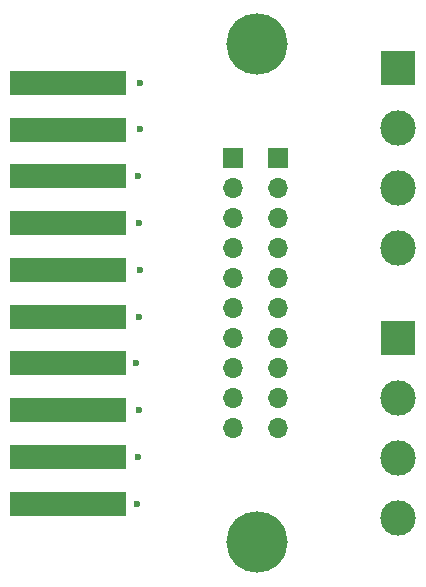
<source format=gts>
G04 #@! TF.GenerationSoftware,KiCad,Pcbnew,8.0.3*
G04 #@! TF.CreationDate,2024-06-20T09:06:03+12:00*
G04 #@! TF.ProjectId,crt_card_edge_adapter,6372745f-6361-4726-945f-656467655f61,rev?*
G04 #@! TF.SameCoordinates,Original*
G04 #@! TF.FileFunction,Soldermask,Top*
G04 #@! TF.FilePolarity,Negative*
%FSLAX46Y46*%
G04 Gerber Fmt 4.6, Leading zero omitted, Abs format (unit mm)*
G04 Created by KiCad (PCBNEW 8.0.3) date 2024-06-20 09:06:03*
%MOMM*%
%LPD*%
G01*
G04 APERTURE LIST*
%ADD10C,5.200000*%
%ADD11R,3.000000X3.000000*%
%ADD12C,3.000000*%
%ADD13R,9.800000X2.100000*%
%ADD14R,1.700000X1.700000*%
%ADD15O,1.700000X1.700000*%
%ADD16C,0.600000*%
G04 APERTURE END LIST*
D10*
X107442000Y-71628000D03*
D11*
X119380000Y-73660000D03*
D12*
X119380000Y-78740000D03*
X119380000Y-83820000D03*
X119380000Y-88900000D03*
D11*
X119380000Y-96520000D03*
D12*
X119380000Y-101600000D03*
X119380000Y-106680000D03*
X119380000Y-111760000D03*
D13*
X91440000Y-74890000D03*
X91440000Y-78850000D03*
X91440000Y-82810000D03*
X91440000Y-86770000D03*
X91440000Y-90730000D03*
X91440000Y-94690000D03*
X91440000Y-98650000D03*
X91440000Y-102610000D03*
X91440000Y-106570000D03*
X91440000Y-110530000D03*
D14*
X105410000Y-81280000D03*
D15*
X105410000Y-83820000D03*
X105410000Y-86360000D03*
X105410000Y-88900000D03*
X105410000Y-91440000D03*
X105410000Y-93980000D03*
X105410000Y-96520000D03*
X105410000Y-99060000D03*
X105410000Y-101600000D03*
X105410000Y-104140000D03*
D14*
X109220000Y-81280000D03*
D15*
X109220000Y-83820000D03*
X109220000Y-86360000D03*
X109220000Y-88900000D03*
X109220000Y-91440000D03*
X109220000Y-93980000D03*
X109220000Y-96520000D03*
X109220000Y-99060000D03*
X109220000Y-101600000D03*
X109220000Y-104140000D03*
D10*
X107442000Y-113792000D03*
D16*
X97282000Y-110530000D03*
X97536000Y-74930000D03*
X97231200Y-98602800D03*
X97536000Y-90728800D03*
X97383600Y-82804000D03*
X97536000Y-78841600D03*
X97485200Y-102616000D03*
X97485200Y-86766400D03*
X97434400Y-94691200D03*
X97332800Y-106578400D03*
M02*

</source>
